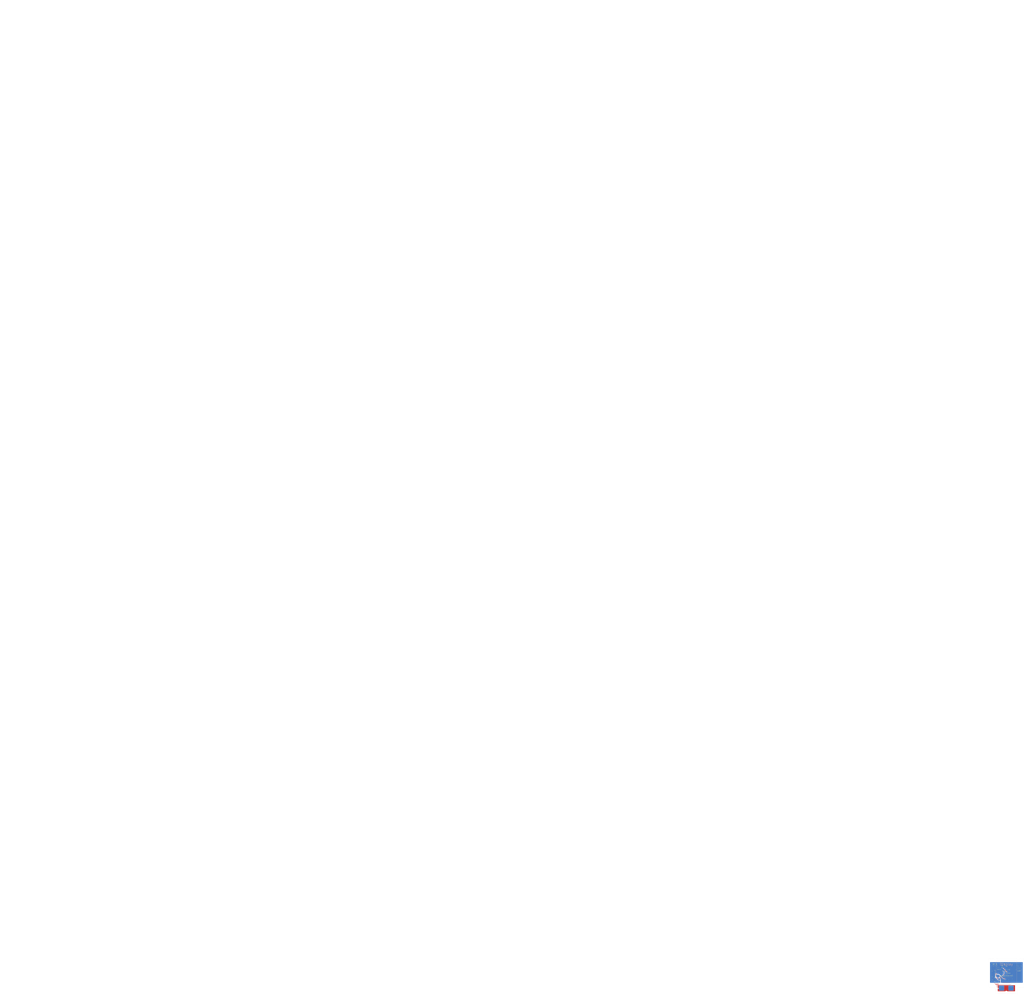
<source format=kicad_pcb>
(kicad_pcb (version 20211014) (generator pcbnew)
  (layers (0 "F.Cu" signal) (31 "B.Cu" signal) (34 "B.Paste" user) (35 "F.Paste" user) (36 "B.SilkS" user "B.Silkscreen") (37 "F.SilkS" user "F.Silkscreen") (38 "B.Mask" user) (39 "F.Mask" user) (44 "Edge.Cuts" user))
  (net 0 "")
  (net 1 "+3.3V")
  (net 2 "GND")
  (net 3 "+15V")
  (net 4 "Net-(C8-Pad1)")
  (net 5 "+5V")
  (net 6 "RST")
  (net 7 "SCK")
  (net 8 "DC")
  (net 9 "SDA")
  (net 10 "IRQ")
  (net 12 "TS1")
  (net 13 "SG")
  (net 14 "TS2")
  (net 15 "/VCOMH")
  (net 16 "/VDD")
  (net 17 "/VCI")
  (net 18 "/Iref")
  (net 19 "/Lx")
  (net 20 "/Vfb")
  (footprint "Capacitor_SMD:C_0805_2012Metric_Pad1.15x1.40mm_HandSolder" (layer "F.Cu") (at 130.6 77.9 90)
    (fp_text reference "C1" (at -2.5 0 180) (layer "F.SilkS"))
    (fp_text value "100n")
    (pad "1" smd roundrect locked (at -1.025 0 90) (size 1.15 1.4) (layers "F.Cu" "F.Paste" "F.Mask") (roundrect_rratio 0.217391) (net 2 "GND"))
    (pad "2" smd roundrect locked (at 1.025 0 90) (size 1.15 1.4) (layers "F.Cu" "F.Paste" "F.Mask") (roundrect_rratio 0.217391) (net 1 "+3.3V"))
  )
  (footprint "Capacitor_SMD:C_0805_2012Metric_Pad1.15x1.40mm_HandSolder" (layer "F.Cu") (at 139 93.275 -90)
    (fp_text reference "C2" (at -2.75 0 180) (layer "F.SilkS"))
    (fp_text value "100n")
    (pad "1" smd roundrect locked (at -1.025 0 270) (size 1.15 1.4) (layers "F.Cu" "F.Paste" "F.Mask") (roundrect_rratio 0.217391) (net 2 "GND"))
    (pad "2" smd roundrect locked (at 1.025 0 270) (size 1.15 1.4) (layers "F.Cu" "F.Paste" "F.Mask") (roundrect_rratio 0.217391) (net 6 "RST"))
  )
  (footprint "Resistor_SMD:R_0603_1608Metric_Pad1.05x0.95mm_HandSolder" (layer "F.Cu") (at 150.5 93.125 -90)
    (fp_text reference "C3" (at -2.625 0 180) (layer "F.SilkS"))
    (fp_text value "4.7u")
    (pad "1" smd roundrect locked (at -0.875 0 270) (size 1.05 0.95) (layers "F.Cu" "F.Paste" "F.Mask") (net 2 "GND"))
    (pad "2" smd roundrect locked (at 0.875 0 270) (size 1.05 0.95) (layers "F.Cu" "F.Paste" "F.Mask") (net 3 "+15V"))
  )
  (footprint "Capacitor_SMD:C_0805_2012Metric_Pad1.15x1.40mm_HandSolder" (layer "F.Cu") (at 146.5 93.275 90)
    (fp_text reference "C7" (at 2.75 0 180) (layer "F.SilkS"))
    (fp_text value "100n")
    (pad "1" smd roundrect locked (at -1.025 0 90) (size 1.15 1.4) (layers "F.Cu" "F.Paste" "F.Mask") (roundrect_rratio 0.217391) (net 17 "/VCI"))
    (pad "2" smd roundrect locked (at 1.025 0 90) (size 1.15 1.4) (layers "F.Cu" "F.Paste" "F.Mask") (roundrect_rratio 0.217391) (net 1 "+3.3V"))
  )
  (footprint "LidPCB:IND_LQH2MCN220K02L" (layer "F.Cu") (at 143.9 80.35 -90)
    (fp_text reference "L1" (at 0.055 -2.345 90) (layer "F.SilkS"))
    (fp_text value "22uH")
    (pad "1" smd rect (at -1 0 270) (size 1.2 1) (layers "F.Cu" "F.Paste" "F.Mask") (net 19 "/Lx"))
    (pad "2" smd rect (at 1.025 0 270) (size 1.25 1) (layers "F.Cu" "F.Paste" "F.Mask") (net 1 "+3.3V"))
  )
  (footprint "Resistor_SMD:R_0603_1608Metric_Pad1.05x0.95mm_HandSolder" (layer "F.Cu") (at 131 93.375 -90)
    (fp_text reference "R2" (at -2.5 0 180) (layer "F.SilkS"))
    (fp_text value "10k")
    (pad "1" smd roundrect locked (at -0.875 0 270) (size 1.05 0.95) (layers "F.Cu" "F.Paste" "F.Mask") (net 1 "+3.3V"))
    (pad "2" smd roundrect locked (at 0.875 0 270) (size 1.05 0.95) (layers "F.Cu" "F.Paste" "F.Mask") (net 9 "SDA"))
  )
  (footprint "Resistor_SMD:R_0603_1608Metric_Pad1.05x0.95mm_HandSolder" (layer "F.Cu") (at 133 93.375 -90)
    (fp_text reference "R3" (at -2.5 0 180) (layer "F.SilkS"))
    (fp_text value "10k")
    (pad "1" smd roundrect locked (at -0.875 0 270) (size 1.05 0.95) (layers "F.Cu" "F.Paste" "F.Mask") (net 1 "+3.3V"))
    (pad "2" smd roundrect locked (at 0.875 0 270) (size 1.05 0.95) (layers "F.Cu" "F.Paste" "F.Mask") (net 7 "SCK"))
  )
  (footprint "Resistor_SMD:R_0603_1608Metric_Pad1.05x0.95mm_HandSolder" (layer "F.Cu") (at 135 93.375 -90)
    (fp_text reference "R4" (at -2.5 0 180) (layer "F.SilkS"))
    (fp_text value "10k")
    (pad "1" smd roundrect locked (at -0.875 0 270) (size 1.05 0.95) (layers "F.Cu" "F.Paste" "F.Mask") (net 1 "+3.3V"))
    (pad "2" smd roundrect locked (at 0.875 0 270) (size 1.05 0.95) (layers "F.Cu" "F.Paste" "F.Mask") (net 8 "DC"))
  )
  (footprint "Resistor_SMD:R_0805_2012Metric_Pad1.15x1.40mm_HandSolder" (layer "F.Cu") (at 141.5 93.275 90)
    (fp_text reference "R5" (at 2.75 0 180) (layer "F.SilkS"))
    (fp_text value "1meg")
    (pad "1" smd roundrect locked (at -1.025 0 90) (size 1.15 1.4) (layers "F.Cu" "F.Paste" "F.Mask") (roundrect_rratio 0.217391) (net 18 "/Iref"))
    (pad "2" smd roundrect locked (at 1.025 0 90) (size 1.15 1.4) (layers "F.Cu" "F.Paste" "F.Mask") (roundrect_rratio 0.217391) (net 2 "GND"))
  )
  (footprint "Resistor_SMD:R_0603_1608Metric_Pad1.05x0.95mm_HandSolder" (layer "F.Cu") (at 139.5 75.8 90)
    (fp_text reference "R7" (at 0.8 2.25 180) (layer "F.SilkS"))
    (fp_text value "10k")
    (pad "1" smd roundrect locked (at -0.875 0 90) (size 1.05 0.95) (layers "F.Cu" "F.Paste" "F.Mask") (net 20 "/Vfb"))
    (pad "2" smd roundrect locked (at 0.875 0 90) (size 1.05 0.95) (layers "F.Cu" "F.Paste" "F.Mask") (net 2 "GND"))
  )
  (footprint "Package_TO_SOT_SMD:SOT-23" (layer "F.Cu") (at 127.35 77.9 180)
    (fp_text reference "U1" (at 0 -2.5) (layer "F.SilkS"))
    (fp_text value "XC6206P332MR")
    (pad "1" smd rect locked (at -1 -0.95 180) (size 0.9 0.8) (layers "F.Cu" "F.Paste" "F.Mask") (net 2 "GND"))
    (pad "2" smd rect locked (at -1 0.95 180) (size 0.9 0.8) (layers "F.Cu" "F.Paste" "F.Mask") (net 1 "+3.3V"))
    (pad "3" smd rect locked (at 1 0 180) (size 0.9 0.8) (layers "F.Cu" "F.Paste" "F.Mask") (net 5 "+5V"))
  )
  (footprint "LidPCB:FPC_8-pin_horizontal_686108188622" (layer "F.Cu") (at 119.75 87.5 90)
    (fp_text reference "J1" (at -8.475 -1.175 90) (layer "F.SilkS") (effects (font (size 1.2065 1.2065) (thickness 0.09652)) (justify right bottom)))
    (fp_text value "Conn_01x8_Female")
    (pad "1" smd rect locked (at -3.5 -2.95 180) (size 1.9 0.6) (layers "F.Cu" "F.Paste" "F.Mask") (net 2 "GND"))
    (pad "2" smd rect locked (at -2.5 -2.95 180) (size 1.9 0.6) (layers "F.Cu" "F.Paste" "F.Mask") (net 9 "SDA"))
    (pad "3" smd rect locked (at -1.5 -2.95 180) (size 1.9 0.6) (layers "F.Cu" "F.Paste" "F.Mask") (net 7 "SCK"))
    (pad "4" smd rect locked (at -0.5 -2.95 180) (size 1.9 0.6) (layers "F.Cu" "F.Paste" "F.Mask") (net 8 "DC"))
    (pad "5" smd rect locked (at 0.5 -2.95 180) (size 1.9 0.6) (layers "F.Cu" "F.Paste" "F.Mask") (net 10 "IRQ"))
    (pad "6" smd rect locked (at 1.5 -2.95 180) (size 1.9 0.6) (layers "F.Cu" "F.Paste" "F.Mask") (net 6 "RST"))
    (pad "7" smd rect locked (at 2.5 -2.95 180) (size 1.9 0.6) (layers "F.Cu" "F.Paste" "F.Mask") (net 2 "GND"))
    (pad "8" smd rect locked (at 3.5 -2.95 180) (size 1.9 0.6) (layers "F.Cu" "F.Paste" "F.Mask") (net 5 "+5V"))
    (pad "Z1" smd rect locked (at -6.65 -0.6 90) (size 2.1 2.8) (layers "F.Cu" "F.Paste" "F.Mask"))
    (pad "Z2" smd rect locked (at 6.65 -0.6 90) (size 2.1 2.8) (layers "F.Cu" "F.Paste" "F.Mask"))
  )
  (footprint "Resistor_SMD:R_0603_1608Metric_Pad1.05x0.95mm_HandSolder" (layer "F.Cu") (at 129.5 100.375 90)
    (fp_text reference "R9" (at 2.375 0 180) (layer "F.SilkS"))
    (fp_text value "10k")
    (pad "1" smd roundrect locked (at -0.875 0 90) (size 1.05 0.95) (layers "F.Cu" "F.Paste" "F.Mask") (net 1 "+3.3V"))
    (pad "2" smd roundrect locked (at 0.875 0 90) (size 1.05 0.95) (layers "F.Cu" "F.Paste" "F.Mask") (net 10 "IRQ"))
  )
  (footprint "Package_TO_SOT_SMD:SOT-23-6_Handsoldering" (layer "F.Cu") (at 140.4 80.35 90)
    (fp_text reference "U2" (at -3.4 -0.65 180) (layer "F.SilkS"))
    (fp_text value "R1200N002A-TR-FE")
    (pad "1" smd rect (at -1.35 -0.95 90) (size 1.56 0.65) (layers "F.Cu" "F.Paste" "F.Mask") (net 1 "+3.3V"))
    (pad "2" smd rect (at -1.35 0 90) (size 1.56 0.65) (layers "F.Cu" "F.Paste" "F.Mask") (net 3 "+15V"))
    (pad "3" smd rect (at -1.35 0.95 90) (size 1.56 0.65) (layers "F.Cu" "F.Paste" "F.Mask") (net 1 "+3.3V"))
    (pad "4" smd rect (at 1.35 0.95 90) (size 1.56 0.65) (layers "F.Cu" "F.Paste" "F.Mask") (net 19 "/Lx"))
    (pad "5" smd rect (at 1.35 0 90) (size 1.56 0.65) (layers "F.Cu" "F.Paste" "F.Mask") (net 2 "GND"))
    (pad "6" smd rect (at 1.35 -0.95 90) (size 1.56 0.65) (layers "F.Cu" "F.Paste" "F.Mask") (net 20 "/Vfb"))
  )
  (footprint "Resistor_SMD:R_0603_1608Metric_Pad1.05x0.95mm_HandSolder" (layer "F.Cu") (at 136.7 76.7)
    (fp_text reference "R6" (at -2.8 0.1) (layer "F.SilkS"))
    (fp_text value "140k")
    (pad "1" smd roundrect locked (at -0.875 0) (size 1.05 0.95) (layers "F.Cu" "F.Paste" "F.Mask") (net 3 "+15V"))
    (pad "2" smd roundrect locked (at 0.875 0) (size 1.05 0.95) (layers "F.Cu" "F.Paste" "F.Mask") (net 20 "/Vfb"))
  )
  (footprint "Capacitor_SMD:C_0805_2012Metric_Pad1.15x1.40mm_HandSolder" (layer "F.Cu") (at 137.25 80.75 90)
    (fp_text reference "C5" (at -1.65 -2.25 180) (layer "F.SilkS"))
    (fp_text value "1u")
    (pad "1" smd roundrect locked (at -1.025 0 90) (size 1.15 1.4) (layers "F.Cu" "F.Paste" "F.Mask") (roundrect_rratio 0.217391) (net 1 "+3.3V"))
    (pad "2" smd roundrect locked (at 1.025 0 90) (size 1.15 1.4) (layers "F.Cu" "F.Paste" "F.Mask") (roundrect_rratio 0.217391) (net 2 "GND"))
  )
  (footprint "Resistor_SMD:R_0603_1608Metric_Pad1.05x0.95mm_HandSolder" (layer "F.Cu") (at 137.6 73.9 -90)
    (fp_text reference "C8" (at -2.7 -0.1 180) (layer "F.SilkS"))
    (fp_text value "22pF")
    (pad "1" smd roundrect locked (at -0.875 0 270) (size 1.05 0.95) (layers "F.Cu" "F.Paste" "F.Mask") (net 4 "Net-(C8-Pad1)"))
    (pad "2" smd roundrect locked (at 0.875 0 270) (size 1.05 0.95) (layers "F.Cu" "F.Paste" "F.Mask") (net 2 "GND"))
  )
  (footprint "Resistor_SMD:R_0805_2012Metric_Pad1.15x1.40mm_HandSolder" (layer "F.Cu") (at 135.8 73.9 90)
    (fp_text reference "R8" (at 0 -1.65 90) (layer "F.SilkS"))
    (fp_text value "2k")
    (pad "1" smd roundrect locked (at -1.025 0 90) (size 1.15 1.4) (layers "F.Cu" "F.Paste" "F.Mask") (roundrect_rratio 0.217391) (net 3 "+15V"))
    (pad "2" smd roundrect locked (at 1.025 0 90) (size 1.15 1.4) (layers "F.Cu" "F.Paste" "F.Mask") (roundrect_rratio 0.217391) (net 4 "Net-(C8-Pad1)"))
  )
  (footprint "LidPCB:FPC_Soldering_P0.65x25Pin_OLED" (layer "F.Cu") (at 124.5 56.5)
    (fp_text reference "U3" hide)
    (fp_text value "OLED-Display")
    (fp_text user "Display" (at 16.5 15) (layer "B.SilkS") (effects (font (size 4 4) (thickness 0.3))))
    (pad "1" smd rect locked (at 24.15 42.95) (size 0.35 2.5) (layers "F.Cu" "F.Paste" "F.Mask") (net 2 "GND"))
    (pad "2" smd rect locked (at 23.5 42.95) (size 0.35 2.5) (layers "F.Cu" "F.Paste" "F.Mask") (net 3 "+15V"))
    (pad "3" smd rect locked (at 22.85 42.95) (size 0.35 2.5) (layers "F.Cu" "F.Paste" "F.Mask") (net 15 "/VCOMH"))
    (pad "4" smd rect locked (at 22.2 42.95) (size 0.35 2.5) (layers "F.Cu" "F.Paste" "F.Mask") (net 2 "GND"))
    (pad "5" smd rect locked (at 21.55 42.95) (size 0.35 2.5) (layers "F.Cu" "F.Paste" "F.Mask") (net 17 "/VCI"))
    (pad "6" smd rect locked (at 20.9 42.95) (size 0.35 2.5) (layers "F.Cu" "F.Paste" "F.Mask") (net 16 "/VDD"))
    (pad "7" smd rect locked (at 20.25 42.95) (size 0.35 2.5) (layers "F.Cu" "F.Paste" "F.Mask") (net 17 "/VCI"))
    (pad "8" smd rect locked (at 19.6 42.95) (size 0.35 2.5) (layers "F.Cu" "F.Paste" "F.Mask") (net 2 "GND"))
    (pad "9" smd rect locked (at 18.95 42.95) (size 0.35 2.5) (layers "F.Cu" "F.Paste" "F.Mask") (net 2 "GND"))
    (pad "10" smd rect locked (at 18.3 42.95) (size 0.35 2.5) (layers "F.Cu" "F.Paste" "F.Mask") (net 18 "/Iref"))
    (pad "11" smd rect locked (at 17.65 42.95) (size 0.35 2.5) (layers "F.Cu" "F.Paste" "F.Mask"))
    (pad "12" smd rect locked (at 17 42.95) (size 0.35 2.5) (layers "F.Cu" "F.Paste" "F.Mask") (net 6 "RST"))
    (pad "13" smd rect locked (at 16.35 42.95) (size 0.35 2.5) (layers "F.Cu" "F.Paste" "F.Mask") (net 8 "DC"))
    (pad "14" smd rect locked (at 15.7 42.95) (size 0.35 2.5) (layers "F.Cu" "F.Paste" "F.Mask") (net 2 "GND"))
    (pad "15" smd rect locked (at 15.05 42.95) (size 0.35 2.5) (layers "F.Cu" "F.Paste" "F.Mask") (net 2 "GND"))
    (pad "16" smd rect locked (at 14.4 42.95) (size 0.35 2.5) (layers "F.Cu" "F.Paste" "F.Mask") (net 7 "SCK"))
    (pad "17" smd rect locked (at 13.75 42.95) (size 0.35 2.5) (layers "F.Cu" "F.Paste" "F.Mask") (net 9 "SDA"))
    (pad "18" smd rect locked (at 13.1 42.95) (size 0.35 2.5) (layers "F.Cu" "F.Paste" "F.Mask") (net 9 "SDA"))
    (pad "19" smd rect locked (at 12.45 42.95) (size 0.35 2.5) (layers "F.Cu" "F.Paste" "F.Mask") (net 2 "GND"))
    (pad "20" smd rect locked (at 11.8 42.95) (size 0.35 2.5) (layers "F.Cu" "F.Paste" "F.Mask") (net 2 "GND"))
    (pad "21" smd rect locked (at 11.15 42.95) (size 0.35 2.5) (layers "F.Cu" "F.Paste" "F.Mask") (net 2 "GND"))
    (pad "22" smd rect locked (at 10.5 42.95) (size 0.35 2.5) (layers "F.Cu" "F.Paste" "F.Mask") (net 2 "GND"))
    (pad "23" smd rect locked (at 9.85 42.95) (size 0.35 2.5) (layers "F.Cu" "F.Paste" "F.Mask") (net 2 "GND"))
    (pad "24" smd rect locked (at 9.2 42.95) (size 0.35 2.5) (layers "F.Cu" "F.Paste" "F.Mask") (net 3 "+15V"))
    (pad "25" smd rect locked (at 8.55 42.95) (size 0.35 2.5) (layers "F.Cu" "F.Paste" "F.Mask") (net 2 "GND"))
  )
  (footprint "Resistor_SMD:R_0603_1608Metric_Pad1.05x0.95mm_HandSolder" (layer "F.Cu") (at 148.75 93.125 -90)
    (fp_text reference "C4" (at -2.625 0.25 180) (layer "F.SilkS"))
    (fp_text value "4.7u")
    (pad "1" smd roundrect locked (at -0.875 0 270) (size 1.05 0.95) (layers "F.Cu" "F.Paste" "F.Mask") (net 2 "GND"))
    (pad "2" smd roundrect locked (at 0.875 0 270) (size 1.05 0.95) (layers "F.Cu" "F.Paste" "F.Mask") (net 15 "/VCOMH"))
  )
  (footprint "Resistor_SMD:R_0603_1608Metric_Pad1.05x0.95mm_HandSolder" (layer "F.Cu") (at 137 93.375 -90)
    (fp_text reference "R1" (at -2.5 0 180) (layer "F.SilkS"))
    (fp_text value "10k")
    (pad "1" smd roundrect locked (at -0.875 0 270) (size 1.05 0.95) (layers "F.Cu" "F.Paste" "F.Mask") (net 1 "+3.3V"))
    (pad "2" smd roundrect locked (at 0.875 0 270) (size 1.05 0.95) (layers "F.Cu" "F.Paste" "F.Mask") (net 6 "RST"))
  )
  (footprint "LidPCB:CAP1293-1-SN" (layer "F.Cu") (at 125.5 102 -90)
    (fp_text reference "U4" (at -2.25 3.75) (layer "F.SilkS"))
    (fp_text value "CAP1293-1-SN")
    (pad "1" smd rect (at -2.5366 -1.905 270) (size 2.1268 0.5588) (layers "F.Cu" "F.Paste" "F.Mask") (net 10 "IRQ"))
    (pad "2" smd rect (at -2.55 -0.635 270) (size 2.1268 0.5588) (layers "F.Cu" "F.Paste" "F.Mask") (net 9 "SDA"))
    (pad "3" smd rect (at -2.55 0.635 270) (size 2.1268 0.5588) (layers "F.Cu" "F.Paste" "F.Mask") (net 7 "SCK"))
    (pad "4" smd rect (at -2.55 1.905 270) (size 2.1268 0.5588) (layers "F.Cu" "F.Paste" "F.Mask") (net 1 "+3.3V"))
    (pad "5" smd rect (at 2.55 1.905 270) (size 2.1268 0.5588) (layers "F.Cu" "F.Paste" "F.Mask") (net 2 "GND"))
    (pad "6" smd rect (at 2.55 0.635 270) (size 2.1268 0.5588) (layers "F.Cu" "F.Paste" "F.Mask") (net 14 "TS2"))
    (pad "7" smd rect (at 2.55 -0.635 270) (size 2.1268 0.5588) (layers "F.Cu" "F.Paste" "F.Mask") (net 13 "SG"))
    (pad "8" smd rect (at 2.55 -1.905 270) (size 2.1268 0.5588) (layers "F.Cu" "F.Paste" "F.Mask") (net 12 "TS1"))
  )
  (footprint "MountingHole:MountingHole_2.2mm_M2" (layer "F.Cu") (at 121.57 65.05)
    (fp_text reference "REF**" hide)
    (fp_text value "MountingHole_2.2mm_M2")
    (pad "" np_thru_hole circle locked (at 0 0) (size 3.3 3.3) (drill 3.3) (layers F&B.Cu *.Mask))
  )
  (footprint "MountingHole:MountingHole_2.2mm_M2" (layer "F.Cu") (at 140.87 117.35)
    (fp_text reference "REF**" hide)
    (fp_text value "MountingHole_2.2mm_M2")
    (pad "" np_thru_hole circle locked (at 0 0) (size 3.3 3.3) (drill 3.3) (layers F&B.Cu *.Mask))
  )
  (footprint "MountingHole:MountingHole_2.2mm_M2" (layer "F.Cu") (at 160.36 65.04)
    (fp_text reference "REF**" hide)
    (fp_text value "MountingHole_2.2mm_M2")
    (pad "" np_thru_hole circle locked (at 0 0) (size 3.3 3.3) (drill 3.3) (layers F&B.Cu *.Mask))
  )
  (footprint "Capacitor_SMD:C_0805_2012Metric_Pad1.15x1.40mm_HandSolder" (layer "F.Cu") (at 144 93.275 90)
    (fp_text reference "C6" (at 2.775 0 180) (layer "F.SilkS"))
    (fp_text value "100n")
    (pad "1" smd roundrect locked (at -1.025 0 90) (size 1.15 1.4) (layers "F.Cu" "F.Paste" "F.Mask") (roundrect_rratio 0.217391) (net 16 "/VDD"))
    (pad "2" smd roundrect locked (at 1.025 0 90) (size 1.15 1.4) (layers "F.Cu" "F.Paste" "F.Mask") (roundrect_rratio 0.217391) (net 2 "GND"))
  )
  (footprint "TestPoint:TestPoint_Pad_D2.0mm" (layer "F.Cu") (at 124.55 73.4)
    (fp_text reference "5V" (at 0 -2.35) (layer "F.SilkS"))
    (fp_text value "TestPoint_Pad_D2.0mm")
    (pad "1" smd circle (at 0 0) (size 2 2) (layers "F.Cu" "F.Mask") (net 5 "+5V"))
  )
  (footprint "TestPoint:TestPoint_Pad_D2.0mm" (layer "F.Cu") (at 119.825 73.375)
    (fp_text reference "GND" (at 0 -2.35) (layer "F.SilkS"))
    (fp_text value "TestPoint_Pad_D2.0mm")
    (pad "1" smd circle (at 0 0) (size 2 2) (layers "F.Cu" "F.Mask") (net 2 "GND"))
  )
  (footprint "IES_Logo:IES_Logo" (layer "F.Cu") (at 159.275 70.55)
    (fp_text reference "REF**" hide)
    (fp_text value "IES_Logo")
    (pad "1" smd rect (at -2.5 2.5) (size 1 1) (layers "F.Cu" "F.Paste" "F.Mask"))
    (pad "5" smd rect (at 3.5 2.5) (size 1 1) (layers "F.Cu" "F.Paste" "F.Mask"))
    (pad "6" smd rect (at 5 2.5) (size 1 1) (layers "F.Cu" "F.Paste" "F.Mask"))
    (pad "7" smd rect (at 6.5 2.5) (size 1 1) (layers "F.Cu" "F.Paste" "F.Mask"))
    (pad "8" smd rect (at -2.5 4) (size 1 1) (layers "F.Cu" "F.Paste" "F.Mask"))
    (pad "9" smd rect (at -1 4) (size 1 1) (layers "F.Cu" "F.Paste" "F.Mask"))
    (pad "10" smd rect (at 0.5 4) (size 1 1) (layers "F.Cu" "F.Paste" "F.Mask"))
    (pad "11" smd rect (at 2 4) (size 1 1) (layers "F.Cu" "F.Paste" "F.Mask"))
    (pad "12" smd rect (at 3.5 4) (size 1 1) (layers "F.Cu" "F.Paste" "F.Mask"))
    (pad "15" smd rect (at -2.5 5.5) (size 1 1) (layers "F.Cu" "F.Paste" "F.Mask"))
    (pad "16" smd rect (at -1 5.5) (size 1 1) (layers "F.Cu" "F.Paste" "F.Mask"))
    (pad "19" smd rect (at 3.5 5.5) (size 1 1) (layers "F.Cu" "F.Paste" "F.Mask"))
    (pad "20" smd rect (at 5 5.5) (size 1 1) (layers "F.Cu" "F.Paste" "F.Mask"))
    (pad "21" smd rect (at 6.5 5.5) (size 1 1) (layers "F.Cu" "F.Paste" "F.Mask"))
    (pad "22" smd rect (at -2.5 7) (size 1 1) (layers "F.Cu" "F.Paste" "F.Mask"))
    (pad "23" smd rect (at -1 7) (size 1 1) (layers "F.Cu" "F.Paste" "F.Mask"))
    (pad "24" smd rect (at 0.5 7) (size 1 1) (layers "F.Cu" "F.Paste" "F.Mask"))
    (pad "25" smd rect (at 2 7) (size 1 1) (layers "F.Cu" "F.Paste" "F.Mask"))
    (pad "28" smd rect (at 6.5 7) (size 1 1) (layers "F.Cu" "F.Paste" "F.Mask"))
    (pad "29" smd rect (at -2.5 8.5) (size 1 1) (layers "F.Cu" "F.Paste" "F.Mask"))
    (pad "30" smd rect (at -1 8.5) (size 1 1) (layers "F.Cu" "F.Paste" "F.Mask"))
    (pad "33" smd rect (at 3.5 8.5) (size 1 1) (layers "F.Cu" "F.Paste" "F.Mask"))
    (pad "34" smd rect (at 5 8.5) (size 1 1) (layers "F.Cu" "F.Paste" "F.Mask"))
    (pad "35" smd rect (at 6.5 8.5) (size 1 1) (layers "F.Cu" "F.Paste" "F.Mask"))
    (pad "37" smd rect (at -1 10) (size 1 1) (layers "F.Cu" "F.Paste" "F.Mask"))
    (pad "38" smd rect (at 0.5 10) (size 1 1) (layers "F.Cu" "F.Paste" "F.Mask"))
    (pad "39" smd rect (at 2 10) (size 1 1) (layers "F.Cu" "F.Paste" "F.Mask"))
  )
  (footprint "TestPoint:TestPoint_Pad_D2.0mm" (layer "F.Cu") (at 141.92 87.14)
    (fp_text reference "+15V" (at 3.56 -0.85) (layer "F.SilkS"))
    (fp_text value "TestPoint_Pad_D2.0mm")
    (pad "1" smd circle (at 0 0) (size 2 2) (layers "F.Cu" "F.Mask") (net 3 "+15V"))
  )
  (gr_line (start 145.5 115) (end 151.506246 115) (layer "B.SilkS") (width 0.12))
  (gr_line (start 152.756246 107.75) (end 152.756246 113.75) (layer "B.SilkS") (width 0.12))
  (gr_line (start 145.5 106.5) (end 151.518738 106.5) (layer "B.SilkS") (width 0.12))
  (gr_arc (start 152.756246 113.75) (mid 152.390129 114.633883) (end 151.506246 115) (layer "B.SilkS") (width 0.12))
  (gr_arc (start 145.5 115) (mid 144.616117 114.633883) (end 144.25 113.75) (layer "B.SilkS") (width 0.12))
  (gr_arc (start 151.518738 106.5) (mid 152.396375 106.868704) (end 152.756246 107.75) (layer "B.SilkS") (width 0.12))
  (gr_arc (start 144.25 107.75) (mid 144.616487 106.868339) (end 145.499969 106.506262) (layer "B.SilkS") (width 0.12))
  (gr_line (start 144.25 107.75) (end 144.25 113.75) (layer "B.SilkS") (width 0.12))
  (gr_arc (start 137.256246 113.75) (mid 136.890129 114.633883) (end 136.006246 115) (layer "B.SilkS") (width 0.12))
  (gr_arc (start 130 115) (mid 129.116117 114.633883) (end 128.75 113.75) (layer "B.SilkS") (width 0.12))
  (gr_arc (start 128.75 107.75) (mid 129.116487 106.868339) (end 129.999969 106.506262) (layer "B.SilkS") (width 0.12))
  (gr_line (start 137.256246 107.75) (end 137.256246 113.75) (layer "B.SilkS") (width 0.12))
  (gr_line (start 128.75 107.75) (end 128.75 113.75) (layer "B.SilkS") (width 0.12))
  (gr_line (start 130 115) (end 136.006246 115) (layer "B.SilkS") (width 0.12))
  (gr_arc (start 136.018738 106.5) (mid 136.896375 106.868704) (end 137.256246 107.75) (layer "B.SilkS") (width 0.12))
  (gr_line (start 130 106.5) (end 136.018738 106.5) (layer "B.SilkS") (width 0.12))
  (gr_line (start 124.25 66) (end 157.75 66) (layer "B.SilkS") (width 0.12))
  (gr_line (start 124.25 102.5) (end 157.75 102.5) (layer "B.SilkS") (width 0.12))
  (gr_line (start 124.25 66) (end 124.25 102.5) (layer "B.SilkS") (width 0.12))
  (gr_line (start 157.75 102.5) (end 157.75 66) (layer "B.SilkS") (width 0.12))
  (gr_circle (center 128 101) (end 128.25 101) (layer "F.SilkS") (width 0.12) (fill solid))
  (gr_circle (center 149.55 102.5) (end 149.65 102.5) (layer "F.SilkS") (width 0.2) (fill none))
  (gr_circle (center 132.05 102.5) (end 132.15 102.5) (layer "F.SilkS") (width 0.2) (fill none))
  (gr_line (start 112 62) (end 170 62) (layer "Edge.Cuts") (width 0.05))
  (gr_line (start 141 105) (end 149 105) (layer "Edge.Cuts") (width 0.05))
  (gr_line (start 141 105) (end 133 105) (layer "Edge.Cuts") (width 0.05))
  (gr_line (start 123 113) (end 123 120) (layer "Edge.Cuts") (width 0.05))
  (gr_line (start 159 120) (end 159 113) (layer "Edge.Cuts") (width 0.05))
  (gr_arc (start 159 113) (mid 160.171573 110.171573) (end 163 109) (layer "Edge.Cuts") (width 0.05))
  (gr_line (start 163 109) (end 170 109) (layer "Edge.Cuts") (width 0.05))
  (gr_arc (start 133 105) (mid 132 104) (end 133 103) (layer "Edge.Cuts") (width 0.05))
  (gr_line (start 141 103) (end 133 103) (layer "Edge.Cuts") (width 0.05))
  (gr_arc (start 149 103) (mid 150 104) (end 149 105) (layer "Edge.Cuts") (width 0.05))
  (gr_line (start 112 109) (end 119 109) (layer "Edge.Cuts") (width 0.05))
  (gr_arc (start 119 109) (mid 121.828427 110.171573) (end 123 113) (layer "Edge.Cuts") (width 0.05))
  (gr_line (start 112 109) (end 112 62) (layer "Edge.Cuts") (width 0.05))
  (gr_line (start 159 120) (end 123 120) (layer "Edge.Cuts") (width 0.05))
  (gr_line (start 141 103) (end 149 103) (layer "Edge.Cuts") (width 0.05))
  (gr_line (start 170 62) (end 170 109) (layer "Edge.Cuts") (width 0.05))
  (gr_text "S.Zisch" (at 161.95 82.4) (layer "F.SilkS") (effects (font (size 1 1))))
  (segment (start 123.595 100.7768) (end 123.595 99.5362) (width 0.25) (layer "F.Cu") (net 1))
  (segment (start 130.6 76.875) (end 128.425 76.875) (width 0.25) (layer "F.Cu") (net 1))
  (segment (start 130.6 76.875) (end 131.3 76.875) (width 0.25) (layer "F.Cu") (net 1))
  (segment (start 141.35 80.65) (end 141.35 81.7) (width 0.25) (layer "F.Cu") (net 1))
  (segment (start 135 92.5) (end 133 92.5) (width 0.25) (layer "F.Cu") (net 1))
  (segment (start 131.3 76.875) (end 136.2 81.775) (width 0.25) (layer "F.Cu") (net 1))
  (segment (start 124.3182 101.5) (end 123.595 100.7768) (width 0.25) (layer "F.Cu") (net 1))
  (segment (start 137 91.975) (end 137 92.5) (width 0.25) (layer "F.Cu") (net 1))
  (segment (start 146.4 92.15) (end 146.5 92.25) (width 0.25) (layer "F.Cu") (net 1))
  (segment (start 136.2 81.775) (end 137.25 81.775) (width 0.25) (layer "F.Cu") (net 1))
  (segment (start 137.25 88) (end 137.25 83.5) (width 0.25) (layer "F.Cu") (net 1))
  (segment (start 146.5 91.675) (end 144.575 89.75) (width 0.25) (layer "F.Cu") (net 1))
  (segment (start 137 89.75) (end 137 88.25) (width 0.25) (layer "F.Cu") (net 1))
  (segment (start 129.5 101.25) (end 129.025 101.25) (width 0.25) (layer "F.Cu") (net 1))
  (segment (start 128.775 101.5) (end 124.3182 101.5) (width 0.25) (layer "F.Cu") (net 1))
  (segment (start 141.1 80.4) (end 141.35 80.65) (width 0.25) (layer "F.Cu") (net 1))
  (segment (start 129.025 101.25) (end 128.775 101.5) (width 0.25) (layer "F.Cu") (net 1))
  (segment (start 143.9 82.85) (end 143.9 81.2) (width 0.25) (layer "F.Cu") (net 1))
  (segment (start 137 88.25) (end 137.25 88) (width 0.25) (layer "F.Cu") (net 1))
  (segment (start 133 92.5) (end 131 92.5) (width 0.25) (layer "F.Cu") (net 1))
  (segment (start 139.45 80.67) (end 139.72 80.4) (width 0.25) (layer "F.Cu") (net 1))
  (segment (start 137.25 81.775) (end 139.375 81.775) (width 0.25) (layer "F.Cu") (net 1))
  (segment (start 141.35 81.7) (end 141.35 82.73) (width 0.25) (layer "F.Cu") (net 1))
  (segment (start 135 89.75) (end 135 92.5) (width 0.25) (layer "F.Cu") (net 1))
  (segment (start 143.65 83.1) (end 143.9 82.85) (width 0.25) (layer "F.Cu") (net 1))
  (segment (start 129.75 101) (end 129.5 101.25) (width 0.25) (layer "F.Cu") (net 1))
  (segment (start 131 101) (end 129.75 101) (width 0.25) (layer "F.Cu") (net 1))
  (segment (start 144.575 89.75) (end 137.565685 89.75) (width 0.25) (layer "F.Cu") (net 1))
  (segment (start 141.72 83.1) (end 143.65 83.1) (width 0.25) (layer "F.Cu") (net 1))
  (segment (start 128.425 76.875) (end 128.35 76.95) (width 0.25) (layer "F.Cu") (net 1))
  (segment (start 146.5 92.25) (end 146.5 91.675) (width 0.25) (layer "F.Cu") (net 1))
  (segment (start 139.375 81.775) (end 139.45 81.7) (width 0.25) (layer "F.Cu") (net 1))
  (segment (start 131 92.5) (end 129.5 92.5) (width 0.25) (layer "F.Cu") (net 1))
  (segment (start 137 92.5) (end 137 89.75) (width 0.25) (layer "F.Cu") (net 1))
  (segment (start 139.45 81.7) (end 139.45 80.67) (width 0.25) (layer "F.Cu") (net 1))
  (segment (start 137.25 81.775) (end 137.25 83.5) (width 0.25) (layer "F.Cu") (net 1))
  (segment (start 137.565685 89.75) (end 137 89.75) (width 0.25) (layer "F.Cu") (net 1))
  (segment (start 139.72 80.4) (end 141.1 80.4) (width 0.25) (layer "F.Cu") (net 1))
  (segment (start 141.35 82.73) (end 141.72 83.1) (width 0.25) (layer "F.Cu") (net 1))
  (via (at 135 89.75) (size 0.8) (drill 0.4) (layers "F.Cu" "B.Cu") (net 1))
  (via (at 129.5 92.5) (size 0.8) (drill 0.4) (layers "F.Cu" "B.Cu") (net 1))
  (via (at 137.25 83.5) (size 0.8) (drill 0.4) (layers "F.Cu" "B.Cu") (net 1))
  (via (at 131 101) (size 0.8) (drill 0.4) (layers "F.Cu" "B.Cu") (net 1))
  (segment (start 137.25 87.5) (end 135 89.75) (width 0.25) (layer "B.Cu") (net 1))
  (segment (start 131 94) (end 131 101) (width 0.25) (layer "B.Cu") (net 1))
  (segment (start 129.5 92.5) (end 131 94) (width 0.25) (layer "B.Cu") (net 1))
  (segment (start 137.25 83.5) (end 137.25 87.5) (width 0.25) (layer "B.Cu") (net 1))
  (segment (start 139.55 99.45) (end 140.2 99.45) (width 0.25) (layer "F.Cu") (net 2))
  (segment (start 134.35 99.45) (end 134.35 97.95) (width 0.25) (layer "F.Cu") (net 2))
  (segment (start 150.525 92.225) (end 150.5 92.25) (width 0.25) (layer "F.Cu") (net 2))
  (segment (start 135 99.45) (end 135.65 99.45) (width 0.25) (layer "F.Cu") (net 2))
  (segment (start 116.8 85) (end 115.6 85) (width 0.25) (layer "F.Cu") (net 2))
  (segment (start 139 92.25) (end 141.5 92.25) (width 0.25) (layer "F.Cu") (net 2))
  (segment (start 141.5 92.25) (end 141.5 91.675) (width 0.25) (layer "F.Cu") (net 2))
  (segment (start 140.4 79) (end 140.4 77.97) (width 0.25) (layer "F.Cu") (net 2))
  (segment (start 144.1 99.45) (end 143.45 99.45) (width 0.25) (layer "F.Cu") (net 2))
  (segment (start 142.755705 95.494295) (end 142.755705 92.794295) (width 0.25) (layer "F.Cu") (net 2))
  (segment (start 144 91.675) (end 144 92.25) (width 0.25) (layer "F.Cu") (net 2))
  (segment (start 143.45 99.45) (end 143.45 96.18859) (width 0.25) (layer "F.Cu") (net 2))
  (segment (start 123.595 104.4638) (end 123.0656 104.4638) (width 0.25) (layer "F.Cu") (net 2))
  (segment (start 148.25 92.25) (end 148.75 92.25) (width 0.25) (layer "F.Cu") (net 2))
  (segment (start 140.4 77.97) (end 140.6 77.77) (width 0.25) (layer "F.Cu") (net 2))
  (segment (start 148.75 92.25) (end 150.5 92.25) (width 0.25) (layer "F.Cu") (net 2))
  (segment (start 150.5 92.25) (end 150.5 89) (width 0.25) (layer "F.Cu") (net 2))
  (segment (start 139.975 74.925) (end 139.5 74.925) (width 0.25) (layer "F.Cu") (net 2))
  (segment (start 131.675 78.925) (end 132.25 79.5) (width 0.25) (layer "F.Cu") (net 2))
  (segment (start 140.6 75.55) (end 139.975 74.925) (width 0.25) (layer "F.Cu") (net 2))
  (segment (start 128.35 78.85) (end 130.525 78.85) (width 0.25) (layer "F.Cu") (net 2))
  (segment (start 148.65 99.45) (end 148.65 97.85) (width 0.25) (layer "F.Cu") (net 2))
  (segment (start 147.75 95.4) (end 147.75 92.75) (width 0.25) (layer "F.Cu") (net 2))
  (segment (start 142.755705 92.794295) (end 143.3 92.25) (width 0.25) (layer "F.Cu") (net 2))
  (segment (start 140.2 99.45) (end 140.2 97.8) (width 0.25) (layer "F.Cu") (net 2))
  (segment (start 121.5 102.8982) (end 121.5 101.25) (width 0.25) (layer "F.Cu") (net 2))
  (segment (start 133.05 97.95) (end 133.75 97.25) (width 0.25) (layer "F.Cu") (net 2))
  (segment (start 123.88641 85) (end 116.8 85) (width 0.3) (layer "F.Cu") (net 2))
  (segment (start 143.325 91) (end 144 91.675) (width 0.25) (layer "F.Cu") (net 2))
  (segment (start 147.75 92.75) (end 148.25 92.25) (width 0.25) (layer "F.Cu") (net 2))
  (segment (start 134.35 99.45) (end 135 99.45) (width 0.25) (layer "F.Cu") (net 2))
  (segment (start 137.25 79.725) (end 137.25 78.25) (width 0.25) (layer "F.Cu") (net 2))
  (segment (start 143.3 92.25) (end 144 92.25) (width 0.25) (layer "F.Cu") (net 2))
  (segment (start 116.95 74.3) (end 117.875 73.375) (width 0.25) (layer "F.Cu") (net 2))
  (segment (start 146.7 96.45) (end 147.75 95.4) (width 0.25) (layer "F.Cu") (net 2))
  (segment (start 140.2 97.8) (end 139.8 97.4) (width 0.25) (layer "F.Cu") (net 2))
  (segment (start 128.35 80.53641) (end 123.88641 85) (width 0.3) (layer "F.Cu") (net 2))
  (segment (start 139.35 74.775) (end 139.5 74.925) (width 0.25) (layer "F.Cu") (net 2))
  (segment (start 130.525 78.85) (end 130.6 78.925) (width 0.25) (layer "F.Cu") (net 2))
  (segment (start 130.6 78.925) (end 131.675 78.925) (width 0.25) (layer "F.Cu") (net 2))
  (segment (start 148.65 97.85) (end 150.75 95.75) (width 0.25) (layer "F.Cu") (net 2))
  (segment (start 128.35 78.85) (end 128.35 80.53641) (width 0.3) (layer "F.Cu") (net 2))
  (segment (start 123.0656 104.4638) (end 121.5 102.8982) (width 0.25) (layer "F.Cu") (net 2))
  (segment (start 144.1 99.45) (end 144.1 97.65) (width 0.25) (layer "F.Cu") (net 2))
  (segment (start 134.35 97.85) (end 133.75 97.25) (width 0.25) (layer "F.Cu") (net 2))
  (segment (start 144.1 97.65) (end 144.5 97.25) (width 0.25) (layer "F.Cu") (net 2))
  (segment (start 115.6 85) (end 114.75 85.85) (width 0.25) (layer "F.Cu") (net 2))
  (segment (start 142.175 91) (end 143.325 91) (width 0.25) (layer "F.Cu") (net 2))
  (segment (start 143.45 96.18859) (end 142.755705 95.494295) (width 0.25) (layer "F.Cu") (net 2))
  (segment (start 140.6 77.77) (end 140.6 75.55) (width 0.25) (layer "F.Cu") (net 2))
  (segment (start 114.75 90.15) (end 115.6 91) (width 0.25) (layer "F.Cu") (net 2))
  (segment (start 117.875 73.375) (end 119.825 73.375) (width 0.25) (layer "F.Cu") (net 2))
  (segment (start 136.3 99.45) (end 136.95 99.45) (width 0.25) (layer "F.Cu") (net 2))
  (segment (start 141.5 91.675) (end 142.175 91) (width 0.25) (layer "F.Cu") (net 2))
  (segment (start 133.05 97.95) (end 133.05 99.45) (width 0.25) (layer "F.Cu") (net 2))
  (segment (start 135.65 99.45) (end 136.3 99.45) (width 0.25) (layer "F.Cu") (net 2))
  (segment (start 137.6 74.775) (end 139.35 74.775) (width 0.25) (layer "F.Cu") (net 2))
  (segment (start 139.5 74.925) (end 139.5 73.5) (width 0.25) (layer "F.Cu") (net 2))
  (segment (start 146.7 99.45) (end 146.7 96.45) (width 0.25) (layer "F.Cu") (net 2))
  (segment (start 134.35 97.95) (end 134.35 97.85) (width 0.25) (layer "F.Cu") (net 2))
  (segment (start 114.75 85.85) (end 114.75 90.15) (width 0.25) (layer "F.Cu") (net 2))
  (segment (start 115.6 91) (end 116.8 91) (width 0.25) (layer "F.Cu") (net 2))
  (via (at 116.95 74.3) (size 0.8) (drill 0.4) (layers "F.Cu" "B.Cu") (net 2))
  (via (at 139.8 97.4) (size 0.8) (drill 0.4) (layers "F.Cu" "B.Cu") (net 2))
  (via (at 144.5 97.25) (size 0.8) (drill 0.4) (layers "F.Cu" "B.Cu") (net 2))
  (via (at 150.75 95.75) (size 0.8) (drill 0.4) (layers "F.Cu" "B.Cu") (net 2))
  (via (at 121.5 101.25) (size 0.8) (drill 0.4) (layers "F.Cu" "B.Cu") (net 2))
  (via (at 133.75 97.25) (size 0.8) (drill 0.4) (layers "F.Cu" "B.Cu") (net 2))
  (via (at 132.25 79.5) (size 0.8) (drill 0.4) (layers "F.Cu" "B.Cu") (net 2))
  (via (at 139.5 73.5) (size 0.8) (drill 0.4) (layers "F.Cu" "B.Cu") (net 2))
  (via (at 137.25 78.25) (size 0.8) (drill 0.4) (layers "F.Cu" "B.Cu") (net 2))
  (via (at 150.5 89) (size 0.8) (drill 0.4) (layers "F.Cu" "B.Cu") (net 2))
  (segment (start 133.7 100.95) (end 133.7 99.45) (width 0.25) (layer "F.Cu") (net 3))
  (segment (start 150.3 84.13) (end 151.8 85.63) (width 0.25) (layer "F.Cu") (net 3))
  (segment (start 148 99.45) (end 148 100.810002) (width 0.25) (layer "F.Cu") (net 3))
  (segment (start 150.975 94) (end 150.5 94) (width 0.25) (layer "F.Cu") (net 3))
  (segment (start 135.8 76.675) (end 135.825 76.7) (width 0.25) (layer "F.Cu") (net 3))
  (segment (start 148 100.810002) (end 147.059992 101.75001) (width 0.25) (layer "F.Cu") (net 3))
  (segment (start 147.059992 101.75001) (end 134.50001 101.75001) (width 0.25) (layer "F.Cu") (net 3))
  (segment (start 148 97.025) (end 148 97.95) (width 0.25) (layer "F.Cu") (net 3))
  (segment (start 150.5 94) (end 150.5 94.525) (width 0.25) (layer "F.Cu") (net 3))
  (segment (start 141.92 87.14) (end 141.92 84.25) (width 0.25) (layer "F.Cu") (net 3))
  (segment (start 140.4 81.7) (end 140.4 82.73) (width 0.25) (layer "F.Cu") (net 3))
  (segment (start 141.92 84.25) (end 141.8 84.13) (width 0.25) (layer "F.Cu") (net 3))
  (segment (start 134.50001 101.75001) (end 133.7 100.95) (width 0.25) (layer "F.Cu") (net 3))
  (segment (start 135.8 74.925) (end 135.8 76.675) (width 0.25) (layer "F.Cu") (net 3))
  (segment (start 135.825 76.7) (end 135.825 78.075) (width 0.25) (layer "F.Cu") (net 3))
  (segment (start 148 97.95) (end 148 99.45) (width 0.25) (layer "F.Cu") (net 3))
  (segment (start 141.8 84.13) (end 150.3 84.13) (width 0.25) (layer "F.Cu") (net 3))
  (segment (start 140.4 82.73) (end 141.8 84.13) (width 0.25) (layer "F.Cu") (net 3))
  (segment (start 150.5 94.525) (end 148 97.025) (width 0.25) (layer "F.Cu") (net 3))
  (segment (start 151.8 85.63) (end 151.8 93.175) (width 0.25) (layer "F.Cu") (net 3))
  (segment (start 135.825 78.075) (end 136 78.25) (width 0.25) (layer "F.Cu") (net 3))
  (segment (start 151.8 93.175) (end 150.975 94) (width 0.25) (layer "F.Cu") (net 3))
  (via (at 136 78.25) (size 0.8) (drill 0.4) (layers "F.Cu" "B.Cu") (net 3))
  (via (at 141.8 84.13) (size 0.8) (drill 0.4) (layers "F.Cu" "B.Cu") (net 3))
  (segment (start 141.8 84.05) (end 141.8 84.13) (width 0.25) (layer "B.Cu") (net 3))
  (segment (start 136 78.25) (end 141.8 84.05) (width 0.25) (layer "B.Cu") (net 3))
  (segment (start 135.95 73.025) (end 135.8 72.875) (width 0.25) (layer "F.Cu") (net 4))
  (segment (start 137.6 73.025) (end 135.95 73.025) (width 0.25) (layer "F.Cu") (net 4))
  (segment (start 124.75 82.25) (end 124.75 78.75) (width 0.3) (layer "F.Cu") (net 5))
  (segment (start 126.35 75.2) (end 124.55 73.4) (width 0.3) (layer "F.Cu") (net 5))
  (segment (start 124.25 84) (end 116.8 84) (width 0.3) (layer "F.Cu") (net 5))
  (segment (start 124.75 82.25) (end 124.75 83.5) (width 0.3) (layer "F.Cu") (net 5))
  (segment (start 124.75 78.75) (end 125.6 77.9) (width 0.3) (layer "F.Cu") (net 5))
  (segment (start 126.35 77.9) (end 126.35 75.2) (width 0.3) (layer "F.Cu") (net 5))
  (segment (start 124.75 83.5) (end 124.25 84) (width 0.3) (layer "F.Cu") (net 5))
  (segment (start 125.6 77.9) (end 126.35 77.9) (width 0.3) (layer "F.Cu") (net 5))
  (segment (start 133.75 86) (end 116.8 86) (width 0.25) (layer "F.Cu") (net 6))
  (segment (start 141.5 97.375) (end 141.5 97.95) (width 0.25) (layer "F.Cu") (net 6))
  (segment (start 136.5 94.25) (end 136 93.75) (width 0.25) (layer "F.Cu") (net 6))
  (segment (start 139 94.3) (end 139 94.875) (width 0.25) (layer "F.Cu") (net 6))
  (segment (start 136 88.25) (end 133.75 86) (width 0.25) (layer "F.Cu") (net 6))
  (segment (start 137 94.25) (end 136.5 94.25) (width 0.25) (layer "F.Cu") (net 6))
  (segment (start 139 94.3) (end 137.05 94.3) (width 0.25) (layer "F.Cu") (net 6))
  (segment (start 141.5 97.95) (end 141.5 99.45) (width 0.25) (layer "F.Cu") (net 6))
  (segment (start 136 93.75) (end 136 88.25) (width 0.25) (layer "F.Cu") (net 6))
  (segment (start 139 94.875) (end 141.5 97.375) (width 0.25) (layer "F.Cu") (net 6))
  (segment (start 137.05 94.3) (end 137 94.25) (width 0.25) (layer "F.Cu") (net 6))
  (segment (start 138.9 97) (end 138.35001 96.45001) (width 0.25) (layer "F.Cu") (net 7))
  (segment (start 129.1 95.75) (end 124.865 91.515) (width 0.25) (layer "F.Cu") (net 7))
  (segment (start 123.45 89) (end 116.8 89) (width 0.25) (layer "F.Cu") (net 7))
  (segment (start 124.865 90.415) (end 123.45 89) (width 0.25) (layer "F.Cu") (net 7))
  (segment (start 133 94.775) (end 133 94.25) (width 0.25) (layer "F.Cu") (net 7))
  (segment (start 124.865 99.5362) (end 124.865 91.515) (width 0.25) (layer "F.Cu") (net 7))
  (segment (start 138.9 99.45) (end 138.9 97) (width 0.25) (layer "F.Cu") (net 7))
  (segment (start 133 94.25) (end 132.525 94.25) (width 0.25) (layer "F.Cu") (net 7))
  (segment (start 138.35001 96.45001) (end 134.67501 96.45001) (width 0.25) (layer "F.Cu") (net 7))
  (segment (start 124.865 91.515) (end 124.865 90.415) (width 0.25) (layer "F.Cu") (net 7))
  (segment (start 132.25 95.5) (end 132 95.75) (width 0.25) (layer "F.Cu") (net 7))
  (segment (start 132 95.75) (end 129.1 95.75) (width 0.25) (layer "F.Cu") (net 7))
  (segment (start 132.525 94.25) (end 132.25 94.525) (width 0.25) (layer "F.Cu") (net 7))
  (segment (start 134.67501 96.45001) (end 133 94.775) (width 0.25) (layer "F.Cu") (net 7))
  (segment (start 132.25 94.525) (end 132.25 95.5) (width 0.25) (layer "F.Cu") (net 7))
  (segment (start 135.9661 95.7411) (end 138.501907 95.7411) (width 0.25) (layer "F.Cu") (net 8))
  (segment (start 135 94.25) (end 135 94.775) (width 0.25) (layer "F.Cu") (net 8))
  (segment (start 140.85 97.376998) (end 140.85 97.95) (width 0.25) (layer "F.Cu") (net 8))
  (segment (start 138.501907 95.7411) (end 139.22969 95.7411) (width 0.25) (layer "F.Cu") (net 8))
  (segment (start 140.85 97.95) (end 140.85 99.45) (width 0.25) (layer "F.Cu") (net 8))
  (segment (start 139.22969 95.7411) (end 140.25 96.76141) (width 0.25) (layer "F.Cu") (net 8))
  (segment (start 140.25 96.776998) (end 140.85 97.376998) (width 0.25) (layer "F.Cu") (net 8))
  (segment (start 140.25 96.76141) (end 140.25 96.776998) (width 0.25) (layer "F.Cu") (net 8))
  (segment (start 135 94.775) (end 135.9661 95.7411) (width 0.25) (layer "F.Cu") (net 8))
  (segment (start 124.75 88) (end 116.8 88) (width 0.25) (layer "F.Cu") (net 8))
  (via (at 138.501907 95.7411) (size 0.8) (drill 0.4) (layers "F.Cu" "B.Cu") (net 8))
  (via (at 124.75 88) (size 0.8) (drill 0.4) (layers "F.Cu" "B.Cu") (net 8))
  (segment (start 138.101908 95.341101) (end 135.841101 95.341101) (width 0.25) (layer "B.Cu") (net 8))
  (segment (start 128.5 88) (end 135.841101 95.341101) (width 0.25) (layer "B.Cu") (net 8))
  (segment (start 138.501907 95.7411) (end 138.101908 95.341101) (width 0.25) (layer "B.Cu") (net 8))
  (segment (start 128.5 88) (end 124.75 88) (width 0.25) (layer "B.Cu") (net 8))
  (segment (start 123.45 90) (end 124 90.55) (width 0.25) (layer "F.Cu") (net 9))
  (segment (start 131 94.25) (end 129.5 94.25) (width 0.25) (layer "F.Cu") (net 9))
  (segment (start 137.6 97.95) (end 137.6 99.45) (width 0.25) (layer "F.Cu") (net 9))
  (segment (start 134.473022 96.90002) (end 136.55002 96.90002) (width 0.25) (layer "F.Cu") (net 9))
  (segment (start 134.098001 96.524999) (end 134.473022 96.90002) (width 0.25) (layer "F.Cu") (net 9))
  (segment (start 136.55002 96.90002) (end 137.6 97.95) (width 0.25) (layer "F.Cu") (net 9))
  (segment (start 126 94) (end 128.524999 96.524999) (width 0.25) (layer "F.Cu") (net 9))
  (segment (start 123.8 91.8) (end 124 92) (width 0.25) (layer "F.Cu") (net 9))
  (segment (start 126.135 99.5362) (end 126.135 94.135) (width 0.25) (layer "F.Cu") (net 9))
  (segment (start 128.524999 96.524999) (end 134.098001 96.524999) (width 0.25) (layer "F.Cu") (net 9))
  (segment (start 138.25 99.45) (end 137.6 99.45) (width 0.25) (layer "F.Cu") (net 9))
  (segment (start 124 90.55) (end 124 92) (width 0.25) (layer "F.Cu") (net 9))
  (segment (start 126.135 94.135) (end 126 94) (width 0.25) (layer "F.Cu") (net 9))
  (segment (start 116.8 90) (end 123.45 90) (width 0.25) (layer "F.Cu") (net 9))
  (via (at 129.5 94.25) (size 0.8) (drill 0.4) (layers "F.Cu" "B.Cu") (net 9))
  (via (at 124 92) (size 0.8) (drill 0.4) (layers "F.Cu" "B.Cu") (net 9))
  (via (at 126 94) (size 0.8) (drill 0.4) (layers "F.Cu" "B.Cu") (net 9))
  (segment (start 126.25 94.25) (end 126 94) (width 0.25) (layer "B.Cu") (net 9))
  (segment (start 129.5 94.25) (end 126.25 94.25) (width 0.25) (layer "B.Cu") (net 9))
  (segment (start 124 92) (end 126 94) (width 0.25) (layer "B.Cu") (net 9))
  (segment (start 124.75 87) (end 116.8 87) (width 0.25) (layer "F.Cu") (net 10))
  (segment (start 129.4638 99.5362) (end 129.5 99.5) (width 0.25) (layer "F.Cu") (net 10))
  (segment (start 127.405 99.5362) (end 129.4638 99.5362) (width 0.25) (layer "F.Cu") (net 10))
  (segment (start 127.5 99.4412) (end 127.405 99.5362) (width 0.25) (layer "F.Cu") (net 10))
  (segment (start 127.5 97.5) (end 127.5 99.4412) (width 0.25) (layer "F.Cu") (net 10))
  (via (at 127.5 97.5) (size 0.8) (drill 0.4) (layers "F.Cu" "B.Cu") (net 10))
  (via (at 124.75 87) (size 0.8) (drill 0.4) (layers "F.Cu" "B.Cu") (net 10))
  (segment (start 124.75 87) (end 124 87) (width 0.25) (layer "B.Cu") (net 10))
  (segment (start 124 87) (end 123.75 87) (width 0.25) (layer "B.Cu") (net 10))
  (segment (start 123 93) (end 127.5 97.5) (width 0.25) (layer "B.Cu") (net 10))
  (segment (start 123 87.75) (end 123 92.073002) (width 0.25) (layer "B.Cu") (net 10))
  (segment (start 123.75 87) (end 123 87.75) (width 0.25) (layer "B.Cu") (net 10))
  (segment (start 123 92.073002) (end 123 93) (width 0.25) (layer "B.Cu") (net 10))
  (segment (start 148.75 105.75) (end 148.75 106.25) (width 0.25) (layer "F.Cu") (net 12))
  (segment (start 148.75 106.25) (end 148.75 109) (width 0.25) (layer "F.Cu") (net 12))
  (segment (start 128.9706 105.5) (end 148.5 105.5) (width 0.25) (layer "F.Cu") (net 12))
  (segment (start 127.9344 104.4638) (end 128.9706 105.5) (width 0.25) (layer "F.Cu") (net 12))
  (segment (start 148.5 105.5) (end 148.75 105.75) (width 0.25) (layer "F.Cu") (net 12))
  (segment (start 127.405 104.4638) (end 127.9344 104.4638) (width 0.25) (layer "F.Cu") (net 12))
  (via (at 148.75 109) (size 0.8) (drill 0.4) (layers "F.Cu" "B.Cu") (net 12))
  (segment (start 126.135 104.4638) (end 126.135 106.635) (width 0.25) (layer "F.Cu") (net 13))
  (segment (start 126.135 106.635) (end 127.75 108.25) (width 0.25) (layer "F.Cu") (net 13))
  (via (at 127.75 108.25) (size 0.8) (drill 0.4) (layers "F.Cu" "B.Cu") (net 13))
  (segment (start 124.865 108.615) (end 127.5 111.25) (width 0.25) (layer "F.Cu") (net 14))
  (segment (start 124.865 104.4638) (end 124.865 108.615) (width 0.25) (layer "F.Cu") (net 14))
  (segment (start 127.5 111.25) (end 130.5 111.25) (width 0.25) (layer "F.Cu") (net 14))
  (via (at 130.5 111.25) (size 0.8) (drill 0.4) (layers "F.Cu" "B.Cu") (net 14))
  (segment (start 147.35 96.9) (end 148.75 95.5) (width 0.25) (layer "F.Cu") (net 15))
  (segment (start 148.75 95.5) (end 148.75 94) (width 0.25) (layer "F.Cu") (net 15))
  (segment (start 147.35 96.9) (end 147.35 99.45) (width 0.25) (layer "F.Cu") (net 15))
  (segment (start 145.4 96.9) (end 144 95.5) (width 0.25) (layer "F.Cu") (net 16))
  (segment (start 144 95.5) (end 144 94.3) (width 0.25) (layer "F.Cu") (net 16))
  (segment (start 145.4 99.45) (end 145.4 96.9) (width 0.25) (layer "F.Cu") (net 16))
  (segment (start 146.05 100.95) (end 146.05 99.45) (width 0.25) (layer "F.Cu") (net 17))
  (segment (start 144.75 100.95) (end 145.1 101.3) (width 0.25) (layer "F.Cu") (net 17))
  (segment (start 145.1 101.3) (end 145.7 101.3) (width 0.25) (layer "F.Cu") (net 17))
  (segment (start 146.5 94.875) (end 146.05 95.325) (width 0.25) (layer "F.Cu") (net 17))
  (segment (start 146.05 97.95) (end 146.05 99.45) (width 0.25) (layer "F.Cu") (net 17))
  (segment (start 144.75 99.45) (end 144.75 100.95) (width 0.25) (layer "F.Cu") (net 17))
  (segment (start 146.5 94.3) (end 146.5 94.875) (width 0.25) (layer "F.Cu") (net 17))
  (segment (start 145.7 101.3) (end 146.05 100.95) (width 0.25) (layer "F.Cu") (net 17))
  (segment (start 146.05 95.325) (end 146.05 97.95) (width 0.25) (layer "F.Cu") (net 17))
  (segment (start 142.8 97.95) (end 142.8 99.45) (width 0.25) (layer "F.Cu") (net 18))
  (segment (start 141.5 94.3) (end 141.5 94.875) (width 0.25) (layer "F.Cu") (net 18))
  (segment (start 141.5 94.875) (end 142.8 96.175) (width 0.25) (layer "F.Cu") (net 18))
  (segment (start 142.8 96.175) (end 142.8 97.95) (width 0.25) (layer "F.Cu") (net 18))
  (segment (start 141.9 77.35) (end 143.65 77.35) (width 0.25) (layer "F.Cu") (net 19))
  (segment (start 141.35 79) (end 141.35 77.9) (width 0.25) (layer "F.Cu") (net 19))
  (segment (start 143.9 77.6) (end 143.9 79.5) (width 0.25) (layer "F.Cu") (net 19))
  (segment (start 143.65 77.35) (end 143.9 77.6) (width 0.25) (layer "F.Cu") (net 19))
  (segment (start 141.35 77.9) (end 141.9 77.35) (width 0.25) (layer "F.Cu") (net 19))
  (segment (start 139.45 76.725) (end 139.5 76.675) (width 0.25) (layer "F.Cu") (net 20))
  (segment (start 137.575 76.7) (end 139.475 76.7) (width 0.25) (layer "F.Cu") (net 20))
  (segment (start 139.475 76.7) (end 139.5 76.675) (width 0.25) (layer "F.Cu") (net 20))
  (segment (start 139.45 79) (end 139.45 76.725) (width 0.25) (layer "F.Cu") (net 20))
  (zone (net 13) (net_name "SG") (layer "F.Cu") (connect_pads (clearance 0.508)) (min_thickness 0.254) (fill yes (thermal_gap 0.508) (thermal_bridge_width 0.508))
    (polygon (pts (xy 155.25 116) (xy 126.75 116) (xy 126.75 106) (xy 155.25 106)))
  )
  (zone (net 2) (net_name "GND") (layer "B.Cu") (connect_pads (clearance 0.508)) (min_thickness 0.254) (fill yes (thermal_gap 0.508) (thermal_bridge_width 0.508))
    (polygon (pts (xy 168 102) (xy 114 102) (xy 114 68) (xy 168 68)))
  )
  (zone (net 12) (net_name "TS1") (layer "B.Cu") (connect_pads (clearance 0.508)) (min_thickness 0.254) (fill yes (thermal_gap 0.508) (thermal_bridge_width 0.508))
    (polygon (pts (xy 152.05 106.6) (xy 152.35 106.8) (xy 152.65 107.2) (xy 152.75 107.6) (xy 152.75 113.9) (xy 152.65 114.3) (xy 152.45 114.6) (xy 152.15 114.8) (xy 151.75 115) (xy 145.35 115) (xy 145.05 114.9) (xy 144.65 114.7) (xy 144.45 114.4) (xy 144.25 114) (xy 144.25 107.7) (xy 144.35 107.2) (xy 144.55 106.9) (xy 144.85 106.7) (xy 145.05 106.6) (xy 145.35 106.5) (xy 151.65 106.5)))
  )
  (zone (net 14) (net_name "TS2") (layer "B.Cu") (connect_pads (clearance 0.508)) (min_thickness 0.254) (fill yes (thermal_gap 0.508) (thermal_bridge_width 0.508))
    (polygon (pts (xy 136.55 106.6) (xy 136.85 106.8) (xy 137.15 107.2) (xy 137.25 107.6) (xy 137.25 113.9) (xy 137.15 114.3) (xy 136.95 114.6) (xy 136.65 114.8) (xy 136.25 115) (xy 129.85 115) (xy 129.55 114.9) (xy 129.15 114.7) (xy 128.95 114.4) (xy 128.75 114) (xy 128.75 107.7) (xy 128.85 107.2) (xy 129.05 106.9) (xy 129.35 106.7) (xy 129.55 106.6) (xy 129.85 106.5) (xy 136.15 106.5)))
  )
)
</source>
